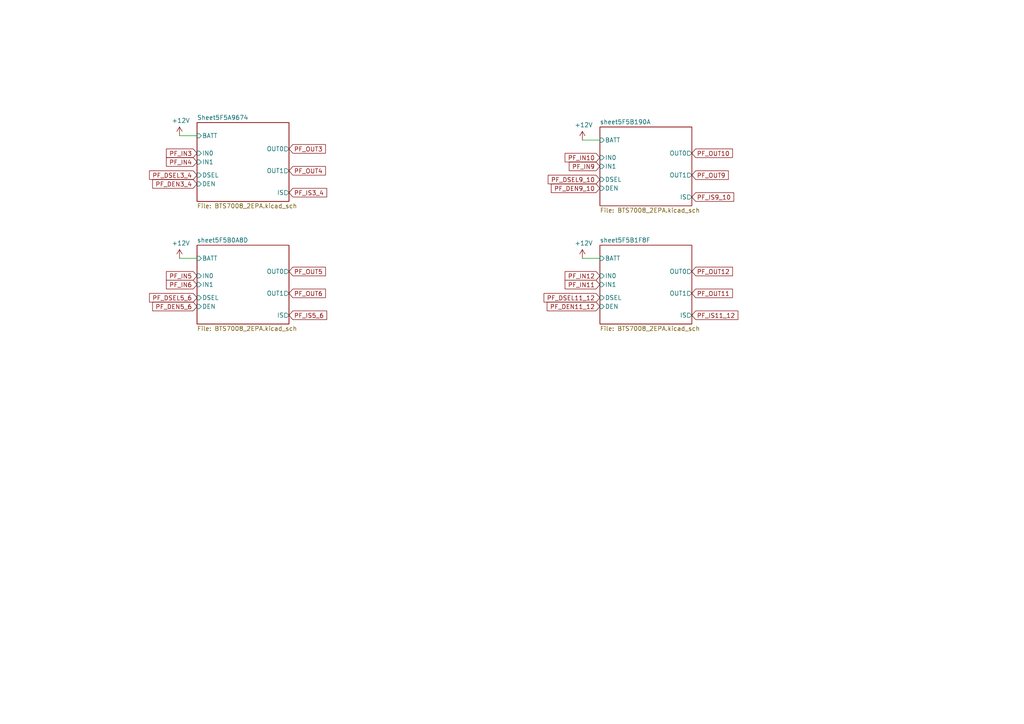
<source format=kicad_sch>
(kicad_sch (version 20211123) (generator eeschema)
  (paper "A4")
  (lib_symbols
    (symbol "power:+12V" (power) (pin_names (offset 0))
      (property "Value" "+12V" (at 0 3.556 0))
      (symbol "+12V_0_1"
        (polyline (pts (xy -0.762 1.27) (xy 0 2.54)))
        (polyline (pts (xy 0 0) (xy 0 2.54)))
        (polyline (pts (xy 0 2.54) (xy 0.762 1.27)))
      )
      (symbol "+12V_1_1"
        (pin power_in line (at 0 0 90) (length 0) hide (name "+12V") (number "1"))
      )
    )
  )
  (wire (pts (xy 52.07 74.93) (xy 57.15 74.93)))
  (wire (pts (xy 168.91 40.64) (xy 173.99 40.64)))
  (wire (pts (xy 52.07 39.37) (xy 57.15 39.37)))
  (wire (pts (xy 168.91 74.93) (xy 173.99 74.93)))
  (global_label "PF_OUT10" (shape input) (at 200.66 44.45 0) (property "Intersheet References" "${INTERSHEET_REFS}" (effects hide)))
  (global_label "PF_DEN3_4" (shape input) (at 57.15 53.34 180) (property "Intersheet References" "${INTERSHEET_REFS}" (effects hide)))
  (global_label "PF_OUT5" (shape input) (at 83.82 78.74 0) (property "Intersheet References" "${INTERSHEET_REFS}" (effects hide)))
  (global_label "PF_DSEL3_4" (shape input) (at 57.15 50.8 180) (property "Intersheet References" "${INTERSHEET_REFS}" (effects hide)))
  (global_label "PF_DEN5_6" (shape input) (at 57.15 88.9 180) (property "Intersheet References" "${INTERSHEET_REFS}" (effects hide)))
  (global_label "PF_OUT11" (shape input) (at 200.66 85.09 0) (property "Intersheet References" "${INTERSHEET_REFS}" (effects hide)))
  (global_label "PF_DEN9_10" (shape input) (at 173.99 54.61 180) (property "Intersheet References" "${INTERSHEET_REFS}" (effects hide)))
  (global_label "PF_IN11" (shape input) (at 173.99 82.55 180) (property "Intersheet References" "${INTERSHEET_REFS}" (effects hide)))
  (global_label "PF_IS11_12" (shape input) (at 200.66 91.44 0) (property "Intersheet References" "${INTERSHEET_REFS}" (effects hide)))
  (global_label "PF_IN9" (shape input) (at 173.99 48.26 180) (property "Intersheet References" "${INTERSHEET_REFS}" (effects hide)))
  (global_label "PF_OUT9" (shape input) (at 200.66 50.8 0) (property "Intersheet References" "${INTERSHEET_REFS}" (effects hide)))
  (global_label "PF_IS3_4" (shape input) (at 83.82 55.88 0) (property "Intersheet References" "${INTERSHEET_REFS}" (effects hide)))
  (global_label "PF_OUT3" (shape input) (at 83.82 43.18 0) (property "Intersheet References" "${INTERSHEET_REFS}" (effects hide)))
  (global_label "PF_DSEL5_6" (shape input) (at 57.15 86.36 180) (property "Intersheet References" "${INTERSHEET_REFS}" (effects hide)))
  (global_label "PF_IN10" (shape input) (at 173.99 45.72 180) (property "Intersheet References" "${INTERSHEET_REFS}" (effects hide)))
  (global_label "PF_IS9_10" (shape input) (at 200.66 57.15 0) (property "Intersheet References" "${INTERSHEET_REFS}" (effects hide)))
  (global_label "PF_IN5" (shape input) (at 57.15 80.01 180) (property "Intersheet References" "${INTERSHEET_REFS}" (effects hide)))
  (global_label "PF_OUT12" (shape input) (at 200.66 78.74 0) (property "Intersheet References" "${INTERSHEET_REFS}" (effects hide)))
  (global_label "PF_OUT4" (shape input) (at 83.82 49.53 0) (property "Intersheet References" "${INTERSHEET_REFS}" (effects hide)))
  (global_label "PF_IN4" (shape input) (at 57.15 46.99 180) (property "Intersheet References" "${INTERSHEET_REFS}" (effects hide)))
  (global_label "PF_OUT6" (shape input) (at 83.82 85.09 0) (property "Intersheet References" "${INTERSHEET_REFS}" (effects hide)))
  (global_label "PF_DSEL11_12" (shape input) (at 173.99 86.36 180) (property "Intersheet References" "${INTERSHEET_REFS}" (effects hide)))
  (global_label "PF_DEN11_12" (shape input) (at 173.99 88.9 180) (property "Intersheet References" "${INTERSHEET_REFS}" (effects hide)))
  (global_label "PF_IN6" (shape input) (at 57.15 82.55 180) (property "Intersheet References" "${INTERSHEET_REFS}" (effects hide)))
  (global_label "PF_IN3" (shape input) (at 57.15 44.45 180) (property "Intersheet References" "${INTERSHEET_REFS}" (effects hide)))
  (global_label "PF_IN12" (shape input) (at 173.99 80.01 180) (property "Intersheet References" "${INTERSHEET_REFS}" (effects hide)))
  (global_label "PF_IS5_6" (shape input) (at 83.82 91.44 0) (property "Intersheet References" "${INTERSHEET_REFS}" (effects hide)))
  (global_label "PF_DSEL9_10" (shape input) (at 173.99 52.07 180) (property "Intersheet References" "${INTERSHEET_REFS}" (effects hide)))
  (symbol (lib_id "power:+12V") (at 52.07 39.37 0) (unit 1)
    (property "Reference" "#PWR087" (effects hide))
    (property "Value" "+12V" (at 52.451 34.9758 0))
  )
  (symbol (lib_id "power:+12V") (at 52.07 74.93 0) (unit 1)
    (property "Reference" "#PWR088" (effects hide))
    (property "Value" "+12V" (at 52.451 70.5358 0))
  )
  (symbol (lib_id "power:+12V") (at 168.91 40.64 0) (unit 1)
    (property "Reference" "#PWR089" (effects hide))
    (property "Value" "+12V" (at 169.291 36.2458 0))
  )
  (symbol (lib_id "power:+12V") (at 168.91 74.93 0) (unit 1)
    (property "Reference" "#PWR090" (effects hide))
    (property "Value" "+12V" (at 169.291 70.5358 0))
  )
  (sheet (at 57.15 35.56) (size 26.67 22.86)
    (property "Sheet name" "Sheet5F5A9674" (at 57.15 34.8484 0) (effects (justify left bottom)))
    (property "Sheet file" "BTS7008_2EPA.kicad_sch" (at 57.15 59.0046 0) (effects (justify left top)))
    (pin "BATT" input (at 57.15 39.37 180))
    (pin "IN0" input (at 57.15 44.45 180))
    (pin "DEN" input (at 57.15 53.34 180))
    (pin "OUT0" output (at 83.82 43.18 0))
    (pin "IS" output (at 83.82 55.88 0))
    (pin "IN1" input (at 57.15 46.99 180))
    (pin "DSEL" input (at 57.15 50.8 180))
    (pin "OUT1" output (at 83.82 49.53 0))
  )
  (sheet (at 57.15 71.12) (size 26.67 22.86)
    (property "Sheet name" "sheet5F5B0A8D" (at 57.15 70.4084 0) (effects (justify left bottom)))
    (property "Sheet file" "BTS7008_2EPA.kicad_sch" (at 57.15 94.5646 0) (effects (justify left top)))
    (pin "BATT" input (at 57.15 74.93 180))
    (pin "IN0" input (at 57.15 80.01 180))
    (pin "DEN" input (at 57.15 88.9 180))
    (pin "OUT0" output (at 83.82 78.74 0))
    (pin "IS" output (at 83.82 91.44 0))
    (pin "IN1" input (at 57.15 82.55 180))
    (pin "DSEL" input (at 57.15 86.36 180))
    (pin "OUT1" output (at 83.82 85.09 0))
  )
  (sheet (at 173.99 36.83) (size 26.67 22.86)
    (property "Sheet name" "sheet5F5B190A" (at 173.99 36.1184 0) (effects (justify left bottom)))
    (property "Sheet file" "BTS7008_2EPA.kicad_sch" (at 173.99 60.2746 0) (effects (justify left top)))
    (pin "BATT" input (at 173.99 40.64 180))
    (pin "IN0" input (at 173.99 45.72 180))
    (pin "DEN" input (at 173.99 54.61 180))
    (pin "OUT0" output (at 200.66 44.45 0))
    (pin "IS" output (at 200.66 57.15 0))
    (pin "IN1" input (at 173.99 48.26 180))
    (pin "DSEL" input (at 173.99 52.07 180))
    (pin "OUT1" output (at 200.66 50.8 0))
  )
  (sheet (at 173.99 71.12) (size 26.67 22.86)
    (property "Sheet name" "sheet5F5B1F8F" (at 173.99 70.4084 0) (effects (justify left bottom)))
    (property "Sheet file" "BTS7008_2EPA.kicad_sch" (at 173.99 94.5646 0) (effects (justify left top)))
    (pin "BATT" input (at 173.99 74.93 180))
    (pin "IN0" input (at 173.99 80.01 180))
    (pin "DEN" input (at 173.99 88.9 180))
    (pin "OUT0" output (at 200.66 78.74 0))
    (pin "IS" output (at 200.66 91.44 0))
    (pin "IN1" input (at 173.99 82.55 180))
    (pin "DSEL" input (at 173.99 86.36 180))
    (pin "OUT1" output (at 200.66 85.09 0))
  )
)
</source>
